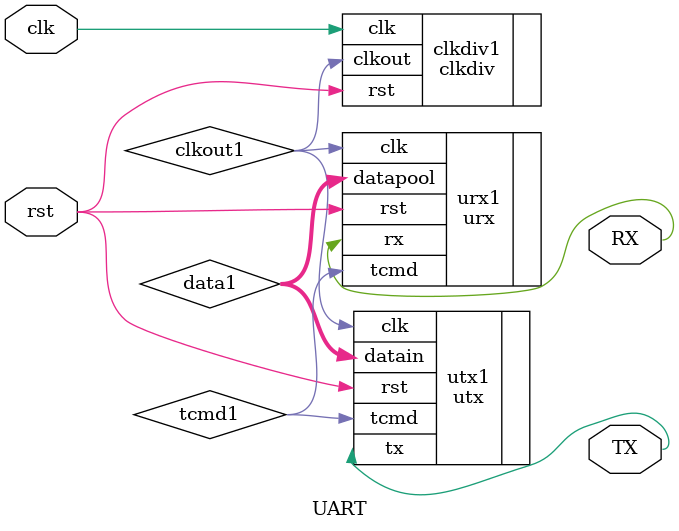
<source format=v>
module UART(
	input clk,
	input rst,
	output RX,
	output TX
	);
wire tcmd1;
wire clkout1;
wire [7:0] data1;

clkdiv clkdiv1(
	.clk(clk),
	.rst(rst),
	.clkout(clkout1)
	);

utx utx1(
	.clk(clkout1),
	.rst(rst),
	.datain(data1),
	.tcmd(tcmd1),
	.tx(TX)
	);

urx urx1(
	.clk(clkout1),
	.rst(rst),
	.rx(RX),
	.tcmd(tcmd1),
	.datapool(data1)
	);

endmodule



</source>
